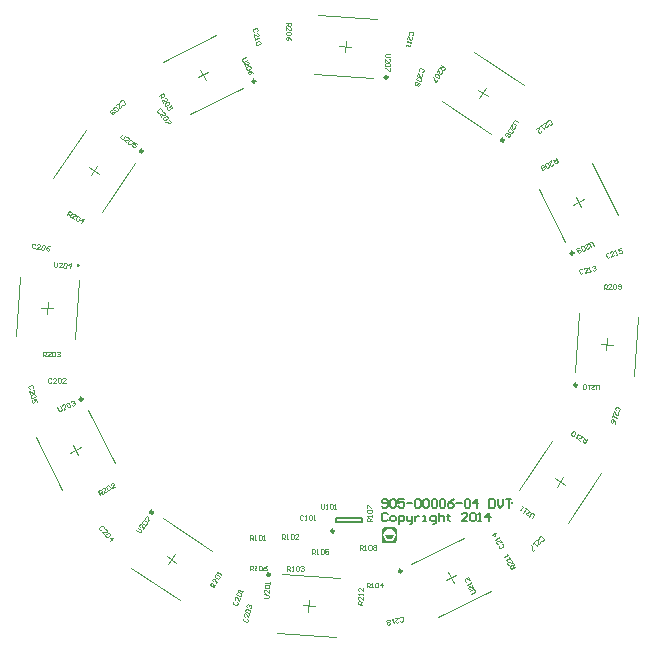
<source format=gto>
%FSTAX42Y42*%
%MOMM*%
G71*
G01*
G75*
%ADD10C,0.35*%
%ADD11C,0.45*%
%ADD12C,0.25*%
G04:AMPARAMS|DCode=13|XSize=0.46mm|YSize=0.61mm|CornerRadius=0mm|HoleSize=0mm|Usage=FLASHONLY|Rotation=350.000|XOffset=0mm|YOffset=0mm|HoleType=Round|Shape=Rectangle|*
%AMROTATEDRECTD13*
4,1,4,-0.28,-0.26,-0.17,0.34,0.28,0.26,0.17,-0.34,-0.28,-0.26,0.0*
%
%ADD13ROTATEDRECTD13*%

G04:AMPARAMS|DCode=14|XSize=1mm|YSize=1.5mm|CornerRadius=0mm|HoleSize=0mm|Usage=FLASHONLY|Rotation=26.400|XOffset=0mm|YOffset=0mm|HoleType=Round|Shape=Rectangle|*
%AMROTATEDRECTD14*
4,1,4,-0.11,-0.89,-0.78,0.45,0.11,0.89,0.78,-0.45,-0.11,-0.89,0.0*
%
%ADD14ROTATEDRECTD14*%

G04:AMPARAMS|DCode=15|XSize=1mm|YSize=1.5mm|CornerRadius=0mm|HoleSize=0mm|Usage=FLASHONLY|Rotation=56.400|XOffset=0mm|YOffset=0mm|HoleType=Round|Shape=Rectangle|*
%AMROTATEDRECTD15*
4,1,4,0.35,-0.83,-0.90,-0.00,-0.35,0.83,0.90,0.00,0.35,-0.83,0.0*
%
%ADD15ROTATEDRECTD15*%

G04:AMPARAMS|DCode=16|XSize=1mm|YSize=1.5mm|CornerRadius=0mm|HoleSize=0mm|Usage=FLASHONLY|Rotation=86.500|XOffset=0mm|YOffset=0mm|HoleType=Round|Shape=Rectangle|*
%AMROTATEDRECTD16*
4,1,4,0.72,-0.54,-0.78,-0.45,-0.72,0.54,0.78,0.45,0.72,-0.54,0.0*
%
%ADD16ROTATEDRECTD16*%

G04:AMPARAMS|DCode=17|XSize=1mm|YSize=1.5mm|CornerRadius=0mm|HoleSize=0mm|Usage=FLASHONLY|Rotation=326.400|XOffset=0mm|YOffset=0mm|HoleType=Round|Shape=Rectangle|*
%AMROTATEDRECTD17*
4,1,4,-0.83,-0.35,-0.00,0.90,0.83,0.35,0.00,-0.90,-0.83,-0.35,0.0*
%
%ADD17ROTATEDRECTD17*%

G04:AMPARAMS|DCode=18|XSize=0.46mm|YSize=0.61mm|CornerRadius=0mm|HoleSize=0mm|Usage=FLASHONLY|Rotation=320.000|XOffset=0mm|YOffset=0mm|HoleType=Round|Shape=Rectangle|*
%AMROTATEDRECTD18*
4,1,4,-0.37,-0.09,0.02,0.38,0.37,0.09,-0.02,-0.38,-0.37,-0.09,0.0*
%
%ADD18ROTATEDRECTD18*%

G04:AMPARAMS|DCode=19|XSize=1mm|YSize=1.5mm|CornerRadius=0mm|HoleSize=0mm|Usage=FLASHONLY|Rotation=296.400|XOffset=0mm|YOffset=0mm|HoleType=Round|Shape=Rectangle|*
%AMROTATEDRECTD19*
4,1,4,-0.89,0.11,0.45,0.78,0.89,-0.11,-0.45,-0.78,-0.89,0.11,0.0*
%
%ADD19ROTATEDRECTD19*%

G04:AMPARAMS|DCode=20|XSize=0.46mm|YSize=0.51mm|CornerRadius=0mm|HoleSize=0mm|Usage=FLASHONLY|Rotation=30.000|XOffset=0mm|YOffset=0mm|HoleType=Round|Shape=Rectangle|*
%AMROTATEDRECTD20*
4,1,4,-0.07,-0.33,-0.32,0.11,0.07,0.33,0.32,-0.11,-0.07,-0.33,0.0*
%
%ADD20ROTATEDRECTD20*%

G04:AMPARAMS|DCode=21|XSize=0.46mm|YSize=0.51mm|CornerRadius=0mm|HoleSize=0mm|Usage=FLASHONLY|Rotation=150.000|XOffset=0mm|YOffset=0mm|HoleType=Round|Shape=Rectangle|*
%AMROTATEDRECTD21*
4,1,4,0.32,0.11,0.07,-0.33,-0.32,-0.11,-0.07,0.33,0.32,0.11,0.0*
%
%ADD21ROTATEDRECTD21*%

G04:AMPARAMS|DCode=22|XSize=1mm|YSize=1.5mm|CornerRadius=0mm|HoleSize=0mm|Usage=FLASHONLY|Rotation=207.000|XOffset=0mm|YOffset=0mm|HoleType=Round|Shape=Rectangle|*
%AMROTATEDRECTD22*
4,1,4,0.11,0.90,0.79,-0.44,-0.11,-0.90,-0.79,0.44,0.11,0.90,0.0*
%
%ADD22ROTATEDRECTD22*%

G04:AMPARAMS|DCode=23|XSize=0.46mm|YSize=0.61mm|CornerRadius=0mm|HoleSize=0mm|Usage=FLASHONLY|Rotation=230.000|XOffset=0mm|YOffset=0mm|HoleType=Round|Shape=Rectangle|*
%AMROTATEDRECTD23*
4,1,4,-0.09,0.37,0.38,-0.02,0.09,-0.37,-0.38,0.02,-0.09,0.37,0.0*
%
%ADD23ROTATEDRECTD23*%

G04:AMPARAMS|DCode=24|XSize=0.46mm|YSize=0.51mm|CornerRadius=0mm|HoleSize=0mm|Usage=FLASHONLY|Rotation=65.000|XOffset=0mm|YOffset=0mm|HoleType=Round|Shape=Rectangle|*
%AMROTATEDRECTD24*
4,1,4,0.13,-0.31,-0.33,-0.10,-0.13,0.31,0.33,0.10,0.13,-0.31,0.0*
%
%ADD24ROTATEDRECTD24*%

G04:AMPARAMS|DCode=25|XSize=0.46mm|YSize=0.61mm|CornerRadius=0mm|HoleSize=0mm|Usage=FLASHONLY|Rotation=260.000|XOffset=0mm|YOffset=0mm|HoleType=Round|Shape=Rectangle|*
%AMROTATEDRECTD25*
4,1,4,-0.26,0.28,0.34,0.17,0.26,-0.28,-0.34,-0.17,-0.26,0.28,0.0*
%
%ADD25ROTATEDRECTD25*%

G04:AMPARAMS|DCode=26|XSize=0.46mm|YSize=0.61mm|CornerRadius=0mm|HoleSize=0mm|Usage=FLASHONLY|Rotation=290.000|XOffset=0mm|YOffset=0mm|HoleType=Round|Shape=Rectangle|*
%AMROTATEDRECTD26*
4,1,4,-0.36,0.11,0.21,0.32,0.36,-0.11,-0.21,-0.32,-0.36,0.11,0.0*
%
%ADD26ROTATEDRECTD26*%

%ADD27R,0.51X0.46*%
G04:AMPARAMS|DCode=28|XSize=0.46mm|YSize=0.51mm|CornerRadius=0mm|HoleSize=0mm|Usage=FLASHONLY|Rotation=120.000|XOffset=0mm|YOffset=0mm|HoleType=Round|Shape=Rectangle|*
%AMROTATEDRECTD28*
4,1,4,0.33,-0.07,-0.11,-0.32,-0.33,0.07,0.11,0.32,0.33,-0.07,0.0*
%
%ADD28ROTATEDRECTD28*%

G04:AMPARAMS|DCode=29|XSize=0.46mm|YSize=0.61mm|CornerRadius=0mm|HoleSize=0mm|Usage=FLASHONLY|Rotation=298.000|XOffset=0mm|YOffset=0mm|HoleType=Round|Shape=Rectangle|*
%AMROTATEDRECTD29*
4,1,4,-0.38,0.06,0.16,0.34,0.38,-0.06,-0.16,-0.34,-0.38,0.06,0.0*
%
%ADD29ROTATEDRECTD29*%

G04:AMPARAMS|DCode=30|XSize=0.46mm|YSize=0.61mm|CornerRadius=0mm|HoleSize=0mm|Usage=FLASHONLY|Rotation=249.000|XOffset=0mm|YOffset=0mm|HoleType=Round|Shape=Rectangle|*
%AMROTATEDRECTD30*
4,1,4,-0.20,0.32,0.37,0.10,0.20,-0.32,-0.37,-0.10,-0.20,0.32,0.0*
%
%ADD30ROTATEDRECTD30*%

G04:AMPARAMS|DCode=31|XSize=0.46mm|YSize=0.61mm|CornerRadius=0mm|HoleSize=0mm|Usage=FLASHONLY|Rotation=21.000|XOffset=0mm|YOffset=0mm|HoleType=Round|Shape=Rectangle|*
%AMROTATEDRECTD31*
4,1,4,-0.10,-0.37,-0.32,0.20,0.10,0.37,0.32,-0.20,-0.10,-0.37,0.0*
%
%ADD31ROTATEDRECTD31*%

G04:AMPARAMS|DCode=32|XSize=0.46mm|YSize=0.61mm|CornerRadius=0mm|HoleSize=0mm|Usage=FLASHONLY|Rotation=190.000|XOffset=0mm|YOffset=0mm|HoleType=Round|Shape=Rectangle|*
%AMROTATEDRECTD32*
4,1,4,0.17,0.34,0.28,-0.26,-0.17,-0.34,-0.28,0.26,0.17,0.34,0.0*
%
%ADD32ROTATEDRECTD32*%

G04:AMPARAMS|DCode=33|XSize=0.46mm|YSize=0.61mm|CornerRadius=0mm|HoleSize=0mm|Usage=FLASHONLY|Rotation=40.000|XOffset=0mm|YOffset=0mm|HoleType=Round|Shape=Rectangle|*
%AMROTATEDRECTD33*
4,1,4,0.02,-0.38,-0.37,0.09,-0.02,0.38,0.37,-0.09,0.02,-0.38,0.0*
%
%ADD33ROTATEDRECTD33*%

G04:AMPARAMS|DCode=34|XSize=0.46mm|YSize=0.61mm|CornerRadius=0mm|HoleSize=0mm|Usage=FLASHONLY|Rotation=81.000|XOffset=0mm|YOffset=0mm|HoleType=Round|Shape=Rectangle|*
%AMROTATEDRECTD34*
4,1,4,0.27,-0.27,-0.34,-0.18,-0.27,0.27,0.34,0.18,0.27,-0.27,0.0*
%
%ADD34ROTATEDRECTD34*%

G04:AMPARAMS|DCode=35|XSize=0.46mm|YSize=0.61mm|CornerRadius=0mm|HoleSize=0mm|Usage=FLASHONLY|Rotation=70.000|XOffset=0mm|YOffset=0mm|HoleType=Round|Shape=Rectangle|*
%AMROTATEDRECTD35*
4,1,4,0.21,-0.32,-0.36,-0.11,-0.21,0.32,0.36,0.11,0.21,-0.32,0.0*
%
%ADD35ROTATEDRECTD35*%

G04:AMPARAMS|DCode=36|XSize=0.46mm|YSize=0.61mm|CornerRadius=0mm|HoleSize=0mm|Usage=FLASHONLY|Rotation=130.000|XOffset=0mm|YOffset=0mm|HoleType=Round|Shape=Rectangle|*
%AMROTATEDRECTD36*
4,1,4,0.38,0.02,-0.09,-0.37,-0.38,-0.02,0.09,0.37,0.38,0.02,0.0*
%
%ADD36ROTATEDRECTD36*%

G04:AMPARAMS|DCode=37|XSize=0.46mm|YSize=0.61mm|CornerRadius=0mm|HoleSize=0mm|Usage=FLASHONLY|Rotation=145.000|XOffset=0mm|YOffset=0mm|HoleType=Round|Shape=Rectangle|*
%AMROTATEDRECTD37*
4,1,4,0.36,0.12,0.01,-0.38,-0.36,-0.12,-0.01,0.38,0.36,0.12,0.0*
%
%ADD37ROTATEDRECTD37*%

G04:AMPARAMS|DCode=38|XSize=0.46mm|YSize=0.61mm|CornerRadius=0mm|HoleSize=0mm|Usage=FLASHONLY|Rotation=175.000|XOffset=0mm|YOffset=0mm|HoleType=Round|Shape=Rectangle|*
%AMROTATEDRECTD38*
4,1,4,0.25,0.28,0.20,-0.32,-0.25,-0.28,-0.20,0.32,0.25,0.28,0.0*
%
%ADD38ROTATEDRECTD38*%

%ADD39R,0.46X0.61*%
G04:AMPARAMS|DCode=40|XSize=0.46mm|YSize=0.61mm|CornerRadius=0mm|HoleSize=0mm|Usage=FLASHONLY|Rotation=200.000|XOffset=0mm|YOffset=0mm|HoleType=Round|Shape=Rectangle|*
%AMROTATEDRECTD40*
4,1,4,0.11,0.36,0.32,-0.21,-0.11,-0.36,-0.32,0.21,0.11,0.36,0.0*
%
%ADD40ROTATEDRECTD40*%

%ADD41R,0.61X0.46*%
%ADD42R,0.46X0.51*%
G04:AMPARAMS|DCode=43|XSize=0.46mm|YSize=0.51mm|CornerRadius=0mm|HoleSize=0mm|Usage=FLASHONLY|Rotation=240.000|XOffset=0mm|YOffset=0mm|HoleType=Round|Shape=Rectangle|*
%AMROTATEDRECTD43*
4,1,4,-0.11,0.32,0.33,0.07,0.11,-0.32,-0.33,-0.07,-0.11,0.32,0.0*
%
%ADD43ROTATEDRECTD43*%

%ADD44R,0.35X0.85*%
G04:AMPARAMS|DCode=45|XSize=1mm|YSize=1.5mm|CornerRadius=0mm|HoleSize=0mm|Usage=FLASHONLY|Rotation=176.400|XOffset=0mm|YOffset=0mm|HoleType=Round|Shape=Rectangle|*
%AMROTATEDRECTD45*
4,1,4,0.55,0.72,0.45,-0.78,-0.55,-0.72,-0.45,0.78,0.55,0.72,0.0*
%
%ADD45ROTATEDRECTD45*%

%ADD46C,0.40*%
%ADD47C,0.30*%
%ADD48C,0.50*%
%ADD49C,0.51*%
%ADD50C,0.60*%
%ADD51C,1.20*%
%ADD52C,0.60*%
%ADD53C,0.87*%
%ADD54C,0.50*%
%ADD55C,0.70*%
%ADD56C,1.27*%
%ADD57R,1.40X4.52*%
%ADD58C,0.25*%
%ADD59C,0.25*%
%ADD60C,0.10*%
%ADD61C,0.04*%
%ADD62C,0.20*%
%ADD63C,0.15*%
G36*
X02082Y016834D02*
X020831Y016826D01*
X020839Y016815D01*
X020841Y016802D01*
X020841D01*
X020841Y016736D01*
X020839Y016723D01*
X020831Y016712D01*
X02082Y016704D01*
X020807Y016702D01*
Y016702D01*
X020707D01*
X020772Y016719D01*
D01*
X020707Y016702D01*
X020707Y016802D01*
X020709Y016815D01*
X020717Y016826D01*
X020728Y016834D01*
X020741Y016836D01*
Y016836D01*
X020807Y016836D01*
X02082Y016834D01*
D02*
G37*
%LPC*%
G36*
X020774Y016719D02*
X020772Y016719D01*
X020774Y016718D01*
X020774Y016719D01*
D02*
G37*
G36*
X020774Y01682D02*
X020774Y016819D01*
Y01682D01*
X020755Y016816D01*
X020738Y016805D01*
X020727Y016788D01*
X020723Y016769D01*
X020724Y016769D01*
X020723D01*
X020727Y01675D01*
X020738Y016733D01*
X020755Y016722D01*
X020772Y016719D01*
X020774Y016719D01*
D01*
X020774D01*
Y016718D01*
X020793Y016722D01*
X02081Y016733D01*
X020821Y01675D01*
X020825Y016769D01*
X020824Y016769D01*
X020825D01*
X020821Y016788D01*
X02081Y016805D01*
X020793Y016816D01*
X020774Y01682D01*
D02*
G37*
%LPD*%
G36*
X020807Y016769D02*
Y016769D01*
X020808D01*
X020805Y016756D01*
X020798Y016745D01*
X020787Y016738D01*
X020774Y016735D01*
X020761Y016738D01*
X02075Y016745D01*
X020743Y016756D01*
X02074Y016769D01*
X020807Y016769D01*
D02*
G37*
D58*
X022331Y019157D02*
G03*
X022331Y019157I-000012J0D01*
G01*
X021743Y020112D02*
G03*
X021743Y020112I-000012J0D01*
G01*
X020758Y020644D02*
G03*
X020758Y020644I-000012J0D01*
G01*
X020877Y016464D02*
G03*
X020877Y016464I-000012J0D01*
G01*
X018772Y016962D02*
G03*
X018772Y016962I-000012J0D01*
G01*
X019638Y020612D02*
G03*
X019638Y020612I-000012J0D01*
G01*
X018176Y017919D02*
G03*
X018176Y017919I-000012J0D01*
G01*
X019761Y016435D02*
G03*
X019761Y016435I-000012J0D01*
G01*
X020305Y016802D02*
G03*
X020305Y016802I-000012J0D01*
G01*
X018138Y01905D02*
G03*
X018138Y01905I-000001J-000012D01*
G01*
X022363Y018038D02*
G03*
X022363Y018038I-000012J0D01*
G01*
X018686Y02002D02*
G03*
X018686Y02002I-000012J0D01*
G01*
D59*
X02181Y017042D02*
D03*
D60*
X022327Y019565D02*
X022417Y01961D01*
X02235Y019632D02*
X022394Y019543D01*
X021535Y020469D02*
X02159Y020553D01*
X021521Y020539D02*
X021604Y020483D01*
X020396Y020855D02*
X020402Y020955D01*
X020349Y020908D02*
X020449Y020902D01*
X022174Y017248D02*
X022258Y017192D01*
X022188Y017178D02*
X022244Y017262D01*
X021273Y016455D02*
X021317Y016365D01*
X02125Y016388D02*
X02134Y016433D01*
X0189Y016521D02*
X018956Y016605D01*
X018886Y016591D02*
X01897Y016536D01*
X019173Y02071D02*
X019218Y020621D01*
X019151Y020643D02*
X01924Y020688D01*
X01807Y017466D02*
X018159Y017511D01*
X018092Y017533D02*
X018137Y017444D01*
X020088Y016121D02*
X020095Y01622D01*
X020042Y016174D02*
X020141Y016167D01*
X017826Y018695D02*
X017925Y018689D01*
X017872Y018642D02*
X017879Y018742D01*
X022562Y018387D02*
X022662Y018381D01*
X022609Y018334D02*
X022615Y018434D01*
X018231Y019883D02*
X018314Y019827D01*
X018245Y019814D02*
X0183Y019896D01*
X021466Y01627D02*
X021496Y016285D01*
X0215Y016294D01*
X021494Y016306D01*
X021485Y016309D01*
X021455Y016294D01*
X021474Y016348D02*
X021485Y016324D01*
X02145Y016336D01*
X021444Y016333D01*
X021441Y016324D01*
X021446Y016312D01*
X021455Y016309D01*
X021468Y01636D02*
X021462Y016372D01*
X021465Y016366D01*
X021429Y016348D01*
X021438Y016345D01*
X021442Y016414D02*
X021454Y01639D01*
X021418Y016402D01*
X021412Y016399D01*
X021409Y016391D01*
X021415Y016379D01*
X021424Y016375D01*
X021978Y016909D02*
X021996Y016937D01*
X021994Y016946D01*
X021983Y016954D01*
X021974Y016952D01*
X021956Y016924D01*
X021945Y01698D02*
X021967Y016965D01*
X02193Y016958D01*
X021926Y016952D01*
X021928Y016943D01*
X021939Y016936D01*
X021948Y016937D01*
X021934Y016987D02*
X021923Y016995D01*
X021928Y016991D01*
X021906Y016958D01*
X021915Y01696D01*
X021906Y017006D02*
X021895Y017013D01*
X021901Y01701D01*
X021878Y016977D01*
X021887Y016978D01*
X02255Y018003D02*
X02255Y018036D01*
X022543Y018043D01*
X02253Y018043D01*
X022523Y018036D01*
X022523Y018003D01*
X022483Y018043D02*
X02251Y018043D01*
X022483Y018017D01*
X022483Y01801D01*
X02249Y018003D01*
X022503Y018003D01*
X02251Y01801D01*
X02247Y018043D02*
X022457Y018043D01*
X022463Y018043D01*
X022463Y018003D01*
X02247Y01801D01*
X022436Y01801D02*
X02243Y018004D01*
X022416Y018004D01*
X02241Y018011D01*
X02241Y018037D01*
X022417Y018044D01*
X02243Y018044D01*
X022437Y018037D01*
X022436Y01801D01*
X022504Y019219D02*
X02249Y019249D01*
X022481Y019252D01*
X022469Y019247D01*
X022466Y019238D01*
X02248Y019208D01*
X022427Y019227D02*
X022451Y019238D01*
X022438Y019203D01*
X022441Y019197D01*
X02245Y019194D01*
X022462Y019199D01*
X022465Y019208D01*
X022429Y019191D02*
X022426Y019182D01*
X022413Y019177D01*
X022405Y01918D01*
X022393Y019204D01*
X022397Y019213D01*
X022409Y019219D01*
X022418Y019215D01*
X022429Y019191D01*
X022381Y019199D02*
X022373Y019202D01*
X02236Y019196D01*
X022357Y019188D01*
X022368Y019163D01*
X022377Y01916D01*
X022389Y019166D01*
X022393Y019174D01*
X02239Y019181D01*
X022381Y019184D01*
X022363Y019175D01*
X021862Y020262D02*
X021833Y020279D01*
X021824Y020277D01*
X021817Y020265D01*
X021819Y020256D01*
X021848Y020239D01*
X021793Y020226D02*
X021807Y020248D01*
X021815Y020212D01*
X021821Y020208D01*
X02183Y02021D01*
X021837Y020222D01*
X021835Y020231D01*
X021814Y020197D02*
X021816Y020188D01*
X021809Y020176D01*
X0218Y020174D01*
X021777Y020188D01*
X021775Y020197D01*
X021782Y020209D01*
X021791Y020211D01*
X021814Y020197D01*
X021793Y020163D02*
X021795Y020154D01*
X021788Y020142D01*
X021779Y02014D01*
X021773Y020144D01*
X021771Y020153D01*
X021762Y020151D01*
X021756Y020154D01*
X021754Y020163D01*
X021761Y020175D01*
X02177Y020177D01*
X021776Y020173D01*
X021778Y020164D01*
X021787Y020166D01*
X021793Y020163D01*
X021778Y020164D02*
X021771Y020153D01*
X020775Y020842D02*
X020742Y020842D01*
X020735Y020836D01*
X020735Y020823D01*
X020742Y020816D01*
X020775Y020816D01*
X020735Y020776D02*
X020735Y020803D01*
X020761Y020776D01*
X020768Y020776D01*
X020775Y020782D01*
X020775Y020796D01*
X020768Y020802D01*
X020768Y020762D02*
X020775Y020756D01*
X020775Y020742D01*
X020768Y020736D01*
X020741Y020736D01*
X020735Y020743D01*
X020735Y020756D01*
X020741Y020763D01*
X020768Y020762D01*
X020775Y020722D02*
X020775Y020696D01*
X020768Y020696D01*
X020741Y020723D01*
X020735Y020723D01*
X019556Y020815D02*
X019526Y0208D01*
X019523Y020792D01*
X019529Y02078D01*
X019538Y020777D01*
X019568Y020791D01*
X01955Y020738D02*
X019538Y020762D01*
X019574Y02075D01*
X019579Y020753D01*
X019582Y020762D01*
X019577Y020774D01*
X019568Y020777D01*
X019585Y020741D02*
X019594Y020738D01*
X0196Y020726D01*
X019597Y020717D01*
X019573Y020705D01*
X019564Y020708D01*
X019559Y02072D01*
X019562Y020729D01*
X019585Y020741D01*
X019621Y020684D02*
X019609Y020693D01*
X019591Y020699D01*
X019579Y020693D01*
X019576Y020684D01*
X019582Y020672D01*
X019591Y020669D01*
X019597Y020672D01*
X0196Y020681D01*
X019591Y020699D01*
X018515Y020165D02*
X018496Y020138D01*
X018498Y020129D01*
X018509Y020121D01*
X018518Y020123D01*
X018537Y02015D01*
X018547Y020095D02*
X018525Y02011D01*
X018562Y020117D01*
X018566Y020122D01*
X018565Y020131D01*
X018554Y020139D01*
X018544Y020137D01*
X018577Y020114D02*
X018587Y020116D01*
X018597Y020109D01*
X018599Y020099D01*
X018584Y020077D01*
X018575Y020076D01*
X018564Y020083D01*
X018562Y020093D01*
X018577Y020114D01*
X018636Y020082D02*
X018614Y020097D01*
X018603Y020081D01*
X018617Y020079D01*
X018623Y020075D01*
X018624Y020066D01*
X018617Y020055D01*
X018608Y020053D01*
X018597Y02006D01*
X018595Y02007D01*
X017934Y019077D02*
X017933Y019044D01*
X017939Y019037D01*
X017952Y019037D01*
X017959Y019043D01*
X017961Y019076D01*
X017999Y019035D02*
X017972Y019036D01*
X018Y019061D01*
X018Y019068D01*
X017994Y019075D01*
X017981Y019076D01*
X017974Y019069D01*
X018014Y019067D02*
X018021Y019074D01*
X018034Y019073D01*
X01804Y019066D01*
X018039Y01904D01*
X018032Y019033D01*
X018019Y019034D01*
X018013Y019041D01*
X018014Y019067D01*
X018072Y019032D02*
X018074Y019072D01*
X018053Y019053D01*
X01808Y019051D01*
X017962Y017852D02*
X017975Y017821D01*
X017984Y017818D01*
X017996Y017823D01*
X017999Y017832D01*
X017986Y017862D01*
X018039Y017841D02*
X018014Y017831D01*
X018028Y017866D01*
X018025Y017872D01*
X018017Y017876D01*
X018004Y01787D01*
X018001Y017861D01*
X018038Y017877D02*
X018041Y017886D01*
X018053Y017891D01*
X018062Y017888D01*
X018073Y017864D01*
X018069Y017855D01*
X018057Y017849D01*
X018048Y017853D01*
X018038Y017877D01*
X018074Y017893D02*
X018078Y017902D01*
X01809Y017907D01*
X018099Y017904D01*
X018101Y017898D01*
X018098Y017889D01*
X018092Y017886D01*
X018098Y017889D01*
X018107Y017886D01*
X018109Y017879D01*
X018106Y017871D01*
X018094Y017865D01*
X018085Y017869D01*
X01863Y01681D02*
X018657Y016791D01*
X018666Y016793D01*
X018674Y016804D01*
X018672Y016813D01*
X018645Y016832D01*
X018701Y016842D02*
X018685Y01682D01*
X018679Y016857D01*
X018673Y016861D01*
X018664Y01686D01*
X018657Y016849D01*
X018658Y016839D01*
X018681Y016872D02*
X018679Y016881D01*
X018687Y016892D01*
X018696Y016894D01*
X018718Y016879D01*
X01872Y016869D01*
X018712Y016858D01*
X018703Y016857D01*
X018681Y016872D01*
X018747Y016908D02*
X018731Y016886D01*
X018725Y016923D01*
X018719Y016927D01*
X01871Y016925D01*
X018702Y016914D01*
X018704Y016905D01*
X01971Y01624D02*
X019743Y016238D01*
X01975Y016244D01*
X019751Y016257D01*
X019745Y016265D01*
X019712Y016267D01*
X019755Y016304D02*
X019753Y016277D01*
X019728Y016306D01*
X019722Y016306D01*
X019714Y0163D01*
X019713Y016287D01*
X01972Y01628D01*
X019722Y01632D02*
X019716Y016327D01*
X019717Y01634D01*
X019724Y016346D01*
X019751Y016344D01*
X019757Y016337D01*
X019756Y016324D01*
X019749Y016318D01*
X019722Y01632D01*
X019759Y016357D02*
X019759Y01637D01*
X019759Y016364D01*
X019719Y016367D01*
X019725Y01636D01*
X020545Y01618D02*
X020505Y016181D01*
X020506Y016201D01*
X020512Y016208D01*
X020526Y016207D01*
X020532Y0162D01*
X020532Y01618D01*
X020532Y016194D02*
X020546Y016207D01*
X020547Y016247D02*
X020546Y01622D01*
X02052Y016247D01*
X020514Y016248D01*
X020507Y016241D01*
X020506Y016228D01*
X020513Y016221D01*
X020547Y01626D02*
X020548Y016273D01*
X020548Y016267D01*
X020508Y016268D01*
X020514Y016261D01*
X020549Y01632D02*
X020548Y016293D01*
X020523Y016321D01*
X020516Y016321D01*
X020509Y016314D01*
X020509Y016301D01*
X020515Y016294D01*
X021838Y0165D02*
X021803Y016479D01*
X021793Y016496D01*
X021795Y016506D01*
X021807Y016513D01*
X021816Y01651D01*
X021826Y016493D01*
X021819Y016505D02*
X021824Y016523D01*
X021803Y016557D02*
X021817Y016534D01*
X02178Y016543D01*
X021775Y01654D01*
X021772Y016531D01*
X021779Y016519D01*
X021788Y016517D01*
X021796Y016569D02*
X021789Y01658D01*
X021793Y016574D01*
X021759Y016554D01*
X021768Y016551D01*
X021779Y016597D02*
X021772Y016608D01*
X021776Y016603D01*
X021741Y016582D01*
X02175Y01658D01*
X022448Y01758D02*
X022427Y017545D01*
X02241Y017556D01*
X022408Y017565D01*
X022414Y017576D01*
X022424Y017579D01*
X022441Y017568D01*
X022429Y017575D02*
X022424Y017593D01*
X02239Y017614D02*
X022413Y0176D01*
X022377Y017591D01*
X022373Y017585D01*
X022376Y017576D01*
X022387Y017569D01*
X022396Y017571D01*
X022378Y01762D02*
X022367Y017627D01*
X022373Y017624D01*
X022353Y017589D01*
X022362Y017592D01*
X022333Y017608D02*
X022324Y017606D01*
X022312Y017613D01*
X02231Y017622D01*
X022323Y017645D01*
X022332Y017647D01*
X022344Y017641D01*
X022346Y017631D01*
X022333Y017608D01*
X022588Y01885D02*
X022586Y01889D01*
X022606Y018891D01*
X022613Y018884D01*
X022614Y018871D01*
X022607Y018864D01*
X022587Y018863D01*
X0226Y018864D02*
X022614Y018851D01*
X022654Y018852D02*
X022627Y018851D01*
X022653Y018879D01*
X022653Y018885D01*
X022646Y018892D01*
X022633Y018891D01*
X022626Y018885D01*
X022666Y018886D02*
X022673Y018893D01*
X022686Y018893D01*
X022693Y018887D01*
X022694Y01886D01*
X022687Y018853D01*
X022674Y018853D01*
X022667Y018859D01*
X022666Y018886D01*
X022707Y01886D02*
X022714Y018854D01*
X022727Y018854D01*
X022734Y018861D01*
X022733Y018888D01*
X022726Y018894D01*
X022713Y018894D01*
X022706Y018887D01*
X022707Y01888D01*
X022713Y018874D01*
X022733Y018875D01*
X02218Y01996D02*
X022199Y019925D01*
X022181Y019915D01*
X022172Y019918D01*
X022166Y01993D01*
X022168Y019939D01*
X022186Y019948D01*
X022174Y019942D02*
X022156Y019948D01*
X022121Y019929D02*
X022145Y019941D01*
X022133Y019905D01*
X022136Y0199D01*
X022145Y019897D01*
X022157Y019903D01*
X02216Y019912D01*
X022125Y019893D02*
X022122Y019884D01*
X02211Y019878D01*
X022101Y019881D01*
X022089Y019905D01*
X022091Y019914D01*
X022103Y01992D01*
X022112Y019917D01*
X022125Y019893D01*
X022089Y019875D02*
X022086Y019866D01*
X022075Y01986D01*
X022066Y019862D01*
X022063Y019868D01*
X022065Y019877D01*
X022056Y01988D01*
X022053Y019886D01*
X022056Y019895D01*
X022068Y019901D01*
X022077Y019898D01*
X02208Y019892D01*
X022077Y019883D01*
X022086Y019881D01*
X022089Y019875D01*
X022077Y019883D02*
X022065Y019877D01*
X021207Y020748D02*
X021242Y020727D01*
X021232Y02071D01*
X021222Y020708D01*
X021211Y020714D01*
X021209Y020724D01*
X021219Y020741D01*
X021212Y020729D02*
X021194Y020725D01*
X021173Y02069D02*
X021187Y020713D01*
X021196Y020677D01*
X021202Y020673D01*
X021211Y020676D01*
X021218Y020687D01*
X021216Y020696D01*
X021195Y020662D02*
X021197Y020653D01*
X021191Y020641D01*
X021182Y020639D01*
X021159Y020653D01*
X021156Y020662D01*
X021163Y020673D01*
X021172Y020675D01*
X021195Y020662D01*
X02118Y020624D02*
X021167Y020601D01*
X021161Y020605D01*
X021152Y020641D01*
X021146Y020644D01*
X019898Y021107D02*
X019937Y021108D01*
X019938Y021088D01*
X019931Y021081D01*
X019918Y021081D01*
X019911Y021088D01*
X019911Y021108D01*
X019911Y021094D02*
X019898Y021081D01*
X019898Y021041D02*
X019898Y021068D01*
X019924Y021041D01*
X019931Y021041D01*
X019938Y021048D01*
X019938Y021061D01*
X019931Y021068D01*
X019931Y021028D02*
X019938Y021021D01*
X019938Y021008D01*
X019931Y021001D01*
X019904Y021001D01*
X019898Y021008D01*
X019898Y021021D01*
X019904Y021028D01*
X019931Y021028D01*
X019938Y020961D02*
X019931Y020974D01*
X019918Y020988D01*
X019904Y020988D01*
X019898Y020981D01*
X019898Y020968D01*
X019904Y020961D01*
X019911Y020961D01*
X019918Y020968D01*
X019918Y020988D01*
X018823Y020488D02*
X018856Y020509D01*
X018867Y020492D01*
X018865Y020483D01*
X018854Y020476D01*
X018844Y020478D01*
X018834Y020495D01*
X018841Y020483D02*
X018837Y020465D01*
X018858Y020431D02*
X018844Y020454D01*
X018881Y020445D01*
X018886Y020449D01*
X018888Y020458D01*
X018881Y020469D01*
X018872Y020471D01*
X018893Y020438D02*
X018903Y020436D01*
X01891Y020424D01*
X018908Y020415D01*
X018885Y020401D01*
X018876Y020403D01*
X018869Y020414D01*
X018871Y020423D01*
X018893Y020438D01*
X018935Y020385D02*
X01892Y020407D01*
X018903Y020397D01*
X018916Y020389D01*
X01892Y020383D01*
X018918Y020374D01*
X018906Y020367D01*
X018897Y020369D01*
X01889Y02038D01*
X018892Y02039D01*
X018043Y019477D02*
X018062Y019512D01*
X018079Y019503D01*
X018082Y019494D01*
X018076Y019482D01*
X018066Y019479D01*
X018049Y019489D01*
X018061Y019483D02*
X018066Y019465D01*
X018101Y019445D02*
X018077Y019458D01*
X018114Y019468D01*
X018117Y019474D01*
X018114Y019483D01*
X018103Y01949D01*
X018094Y019487D01*
X018129Y019468D02*
X018138Y01947D01*
X018149Y019464D01*
X018152Y019455D01*
X018139Y019431D01*
X01813Y019429D01*
X018118Y019435D01*
X018116Y019444D01*
X018129Y019468D01*
X018165Y019409D02*
X018184Y019444D01*
X018157Y019437D01*
X01818Y019424D01*
X017838Y018282D02*
Y018322D01*
X017857D01*
X017864Y018316D01*
Y018302D01*
X017857Y018296D01*
X017838D01*
X017851D02*
X017864Y018282D01*
X017904D02*
X017877D01*
X017904Y018309D01*
Y018316D01*
X017897Y018322D01*
X017884D01*
X017877Y018316D01*
X017917D02*
X017924Y018322D01*
X017937D01*
X017944Y018316D01*
Y018289D01*
X017937Y018282D01*
X017924D01*
X017917Y018289D01*
Y018316D01*
X017957D02*
X017964Y018322D01*
X017977D01*
X017984Y018316D01*
Y018309D01*
X017977Y018302D01*
X017971D01*
X017977D01*
X017984Y018296D01*
Y018289D01*
X017977Y018282D01*
X017964D01*
X017957Y018289D01*
X018323Y017107D02*
X018303Y017143D01*
X018321Y017152D01*
X01833Y01715D01*
X018336Y017138D01*
X018334Y017129D01*
X018316Y017119D01*
X018328Y017126D02*
X018346Y01712D01*
X018381Y017139D02*
X018358Y017127D01*
X018368Y017163D01*
X018365Y017169D01*
X018356Y017171D01*
X018344Y017165D01*
X018342Y017156D01*
X018377Y017175D02*
X018379Y017184D01*
X018391Y01719D01*
X0184Y017188D01*
X018413Y017164D01*
X01841Y017155D01*
X018399Y017149D01*
X01839Y017152D01*
X018377Y017175D01*
X018451Y017178D02*
X018428Y017165D01*
X018439Y017201D01*
X018435Y017207D01*
X018426Y01721D01*
X018415Y017203D01*
X018412Y017194D01*
X019288Y016325D02*
X019252Y016344D01*
X019262Y016362D01*
X019271Y016364D01*
X019283Y016358D01*
X019285Y016349D01*
X019276Y016331D01*
X019282Y016343D02*
X0193Y016348D01*
X019319Y016384D02*
X019307Y01636D01*
X019296Y016396D01*
X01929Y016399D01*
X019281Y016397D01*
X019275Y016385D01*
X019277Y016376D01*
X019296Y016411D02*
X019294Y01642D01*
X0193Y016432D01*
X019309Y016435D01*
X019332Y016422D01*
X019335Y016413D01*
X019329Y016401D01*
X01932Y016398D01*
X019296Y016411D01*
X019345Y01643D02*
X019351Y016442D01*
X019348Y016436D01*
X019313Y016455D01*
X019315Y016446D01*
X020523Y016645D02*
Y016685D01*
X020542D01*
X020549Y016678D01*
Y016665D01*
X020542Y016658D01*
X020523D01*
X020536D02*
X020549Y016645D01*
X020562D02*
X020576D01*
X020569D01*
Y016685D01*
X020562Y016678D01*
X020596D02*
X020602Y016685D01*
X020616D01*
X020622Y016678D01*
Y016652D01*
X020616Y016645D01*
X020602D01*
X020596Y016652D01*
Y016678D01*
X020636D02*
X020642Y016685D01*
X020656D01*
X020662Y016678D01*
Y016672D01*
X020656Y016665D01*
X020662Y016658D01*
Y016652D01*
X020656Y016645D01*
X020642D01*
X020636Y016652D01*
Y016658D01*
X020642Y016665D01*
X020636Y016672D01*
Y016678D01*
X020642Y016665D02*
X020656D01*
X019593Y016727D02*
Y016767D01*
X019612D01*
X019619Y016761D01*
Y016747D01*
X019612Y016741D01*
X019593D01*
X019606D02*
X019619Y016727D01*
X019632D02*
X019646D01*
X019639D01*
Y016767D01*
X019632Y016761D01*
X019666D02*
X019672Y016767D01*
X019686D01*
X019692Y016761D01*
Y016734D01*
X019686Y016727D01*
X019672D01*
X019666Y016734D01*
Y016761D01*
X019706Y016727D02*
X019719D01*
X019712D01*
Y016767D01*
X019706Y016761D01*
X020865Y016041D02*
X020873Y016036D01*
X020886Y01604D01*
X020891Y016048D01*
X020884Y016074D01*
X020876Y016078D01*
X020863Y016075D01*
X020858Y016067D01*
X020818Y016064D02*
X020844Y01607D01*
X020824Y016038D01*
X020826Y016032D01*
X020834Y016027D01*
X020847Y01603D01*
X020852Y016038D01*
X020805Y016061D02*
X020792Y016058D01*
X020798Y016059D01*
X020808Y01602D01*
X020813Y016028D01*
X020781Y01602D02*
X020776Y016012D01*
X020763Y016009D01*
X020755Y016014D01*
X020753Y01602D01*
X020758Y016029D01*
X02075Y016033D01*
X020748Y01604D01*
X020753Y016048D01*
X020766Y016051D01*
X020774Y016046D01*
X020776Y01604D01*
X020771Y016032D01*
X020779Y016027D01*
X020781Y01602D01*
X020771Y016032D02*
X020758Y016029D01*
X02206Y01672D02*
X022069Y01672D01*
X022079Y01673D01*
X022079Y016739D01*
X02206Y016758D01*
X02205Y016758D01*
X022041Y016748D01*
X022041Y016739D01*
X022008Y016715D02*
X022027Y016734D01*
X022027Y016696D01*
X022032Y016692D01*
X022041Y016692D01*
X022051Y016701D01*
X022051Y016711D01*
X021999Y016706D02*
X021989Y016696D01*
X021994Y016701D01*
X022022Y016673D01*
X022022Y016682D01*
X022004Y016654D02*
X021985Y016635D01*
X02198Y01664D01*
X02198Y016677D01*
X021975Y016682D01*
X022713Y017821D02*
X022721Y017825D01*
X022726Y017838D01*
X022721Y017847D01*
X022696Y017855D01*
X022688Y017851D01*
X022683Y017839D01*
X022688Y01783D01*
X022668Y017795D02*
X022677Y01782D01*
X022693Y017786D01*
X0227Y017784D01*
X022708Y017788D01*
X022712Y0178D01*
X022708Y017809D01*
X022664Y017782D02*
X022659Y017769D01*
X022662Y017776D01*
X022699Y017763D01*
X022695Y017771D01*
X022682Y017712D02*
X02268Y017727D01*
X022672Y017744D01*
X022659Y017748D01*
X022651Y017744D01*
X022646Y017732D01*
X02265Y017723D01*
X022657Y017721D01*
X022665Y017725D01*
X022672Y017744D01*
X022628Y019153D02*
X022619Y019157D01*
X022607Y019152D01*
X022603Y019144D01*
X022613Y019119D01*
X022621Y019115D01*
X022634Y01912D01*
X022637Y019128D01*
X022677Y019137D02*
X022652Y019127D01*
X022667Y019162D01*
X022665Y019168D01*
X022656Y019172D01*
X022644Y019167D01*
X02264Y019158D01*
X022689Y019142D02*
X022702Y019146D01*
X022696Y019144D01*
X022681Y019181D01*
X022677Y019173D01*
X022731Y019201D02*
X022706Y019191D01*
X022713Y019172D01*
X022723Y019183D01*
X022729Y019186D01*
X022738Y019182D01*
X022743Y01917D01*
X022739Y019161D01*
X022727Y019156D01*
X022718Y01916D01*
X0217Y01668D02*
X021698Y016671D01*
X021704Y016659D01*
X021713Y016657D01*
X021737Y016669D01*
X021739Y016678D01*
X021733Y01669D01*
X021724Y016693D01*
X021711Y016731D02*
X021723Y016708D01*
X021687Y016718D01*
X021681Y016715D01*
X021679Y016706D01*
X021685Y016694D01*
X021694Y016692D01*
X021704Y016743D02*
X021698Y016754D01*
X021701Y016749D01*
X021666Y016729D01*
X021675Y016727D01*
X021679Y016789D02*
X021644Y01677D01*
X021671Y016762D01*
X021658Y016786D01*
X022406Y019019D02*
X022398Y019023D01*
X022385Y01902D01*
X02238Y019012D01*
X022386Y018986D01*
X022394Y018982D01*
X022407Y018985D01*
X022412Y018993D01*
X022452Y018995D02*
X022426Y018989D01*
X022446Y019021D01*
X022445Y019028D01*
X022437Y019033D01*
X022424Y01903D01*
X022419Y019022D01*
X022465Y018998D02*
X022478Y019001D01*
X022472Y019D01*
X022463Y019039D01*
X022458Y019031D01*
X02249Y019038D02*
X022495Y019046D01*
X022508Y019049D01*
X022516Y019044D01*
X022518Y019038D01*
X022513Y01903D01*
X022506Y019028D01*
X022513Y01903D01*
X022521Y019025D01*
X022522Y019018D01*
X022517Y01901D01*
X022504Y019007D01*
X022496Y019012D01*
X022126Y020245D02*
X022135Y020243D01*
X022146Y020251D01*
X022147Y020261D01*
X022131Y020282D01*
X022122Y020284D01*
X022111Y020276D01*
X02211Y020266D01*
X022074Y020248D02*
X022095Y020264D01*
X02209Y020227D01*
X022094Y020221D01*
X022103Y02022D01*
X022114Y020228D01*
X022115Y020237D01*
X022063Y02024D02*
X022052Y020232D01*
X022058Y020236D01*
X022081Y020204D01*
X022083Y020213D01*
X022015Y020204D02*
X022036Y02022D01*
X022031Y020183D01*
X022035Y020178D01*
X022044Y020176D01*
X022055Y020184D01*
X022056Y020193D01*
X020966Y020999D02*
X020974Y021004D01*
X020977Y021017D01*
X020972Y021025D01*
X020946Y021031D01*
X020938Y021026D01*
X020935Y021013D01*
X02094Y021005D01*
X020925Y020968D02*
X020931Y020994D01*
X02095Y020961D01*
X020957Y02096D01*
X020965Y020965D01*
X020968Y020978D01*
X020963Y020986D01*
X020921Y020955D02*
X020918Y020942D01*
X02092Y020948D01*
X020959Y020939D01*
X020954Y020947D01*
X020914Y020922D02*
X020911Y020909D01*
X020912Y020916D01*
X020951Y020907D01*
X020946Y020915D01*
X019653Y021034D02*
X019658Y021041D01*
X019655Y021054D01*
X019648Y02106D01*
X019622Y021054D01*
X019616Y021046D01*
X019619Y021033D01*
X019627Y021028D01*
X019629Y020987D02*
X019623Y021013D01*
X019655Y020993D01*
X019662Y020994D01*
X019667Y021002D01*
X019664Y021015D01*
X019656Y02102D01*
X019632Y020974D02*
X019635Y020961D01*
X019633Y020968D01*
X019672Y020976D01*
X019665Y020981D01*
X019672Y020949D02*
X01968Y020944D01*
X019682Y020931D01*
X019677Y020923D01*
X019651Y020917D01*
X019643Y020922D01*
X01964Y020935D01*
X019646Y020943D01*
X019672Y020949D01*
X018513Y020412D02*
X018523Y020412D01*
X018533Y020421D01*
X018533Y020431D01*
X018515Y02045D01*
X018505Y02045D01*
X018495Y020441D01*
X018495Y020432D01*
X018462Y020409D02*
X018481Y020428D01*
X01848Y02039D01*
X018484Y020385D01*
X018494Y020385D01*
X018504Y020394D01*
X018504Y020403D01*
X018475Y020376D02*
X018474Y020366D01*
X018465Y020357D01*
X018455Y020358D01*
X018437Y020377D01*
X018437Y020386D01*
X018447Y020396D01*
X018456Y020395D01*
X018475Y020376D01*
X018427Y020368D02*
X018418Y020368D01*
X018408Y020359D01*
X018408Y02035D01*
X018426Y02033D01*
X018436Y02033D01*
X018445Y020339D01*
X018446Y020348D01*
X018441Y020353D01*
X018432Y020354D01*
X018417Y02034D01*
X021052Y020687D02*
X02106Y020692D01*
X021064Y020705D01*
X021059Y020713D01*
X021034Y020721D01*
X021026Y020716D01*
X021022Y020703D01*
X021026Y020695D01*
X021009Y020659D02*
X021016Y020684D01*
X021034Y020651D01*
X021041Y020649D01*
X021049Y020654D01*
X021053Y020666D01*
X021048Y020675D01*
X021037Y020636D02*
X021041Y020628D01*
X021037Y020615D01*
X021029Y020611D01*
X021004Y020618D01*
X020999Y020627D01*
X021003Y020639D01*
X021011Y020644D01*
X021037Y020636D01*
X021025Y020598D02*
X02103Y02059D01*
X021026Y020577D01*
X021018Y020572D01*
X021011Y020574D01*
X021007Y020583D01*
X020999Y020578D01*
X020992Y02058D01*
X020988Y020588D01*
X020992Y020601D01*
X021Y020606D01*
X021006Y020604D01*
X021011Y020595D01*
X021019Y0206D01*
X021025Y020598D01*
X021011Y020595D02*
X021007Y020583D01*
X018848Y02036D02*
X018849Y020369D01*
X018842Y02038D01*
X018832Y020382D01*
X01881Y020366D01*
X018809Y020357D01*
X018816Y020346D01*
X018826Y020344D01*
X018843Y020308D02*
X018828Y02033D01*
X018865Y020323D01*
X01887Y020327D01*
X018872Y020336D01*
X018864Y020347D01*
X018855Y020349D01*
X018878Y020316D02*
X018887Y020314D01*
X018895Y020303D01*
X018893Y020294D01*
X018871Y020279D01*
X018862Y02028D01*
X018854Y020291D01*
X018856Y020301D01*
X018878Y020316D01*
X018906Y020287D02*
X018922Y020265D01*
X018916Y020261D01*
X018879Y020268D01*
X018873Y020264D01*
X017776Y019227D02*
X01777Y019234D01*
X017757Y019236D01*
X01775Y01923D01*
X017746Y019204D01*
X017752Y019197D01*
X017765Y019195D01*
X017772Y0192D01*
X017811Y019188D02*
X017785Y019192D01*
X017815Y019214D01*
X017816Y019221D01*
X01781Y019229D01*
X017797Y01923D01*
X017789Y019225D01*
X017829Y019219D02*
X017836Y019225D01*
X01785Y019223D01*
X017855Y019215D01*
X017852Y019189D01*
X017844Y019183D01*
X017831Y019185D01*
X017825Y019193D01*
X017829Y019219D01*
X017896Y019216D02*
X017882Y019212D01*
X017867Y0192D01*
X017865Y019187D01*
X01787Y01918D01*
X017884Y019178D01*
X017891Y019183D01*
X017892Y01919D01*
X017886Y019198D01*
X017867Y0192D01*
X017754Y018012D02*
X017759Y01802D01*
X017755Y018033D01*
X017747Y018038D01*
X017721Y018032D01*
X017717Y018024D01*
X01772Y018011D01*
X017728Y018006D01*
X01773Y017965D02*
X017724Y017991D01*
X017756Y017971D01*
X017763Y017973D01*
X017768Y017981D01*
X017765Y017994D01*
X017757Y017999D01*
X017766Y01796D02*
X017774Y017955D01*
X017777Y017942D01*
X017772Y017934D01*
X017746Y017928D01*
X017738Y017933D01*
X017735Y017946D01*
X01774Y017954D01*
X017766Y01796D01*
X017788Y017897D02*
X017782Y017922D01*
X017762Y017918D01*
X017772Y017906D01*
X017773Y0179D01*
X017768Y017892D01*
X017755Y017889D01*
X017747Y017894D01*
X017744Y017907D01*
X017749Y017915D01*
X018353Y016826D02*
X018353Y016835D01*
X018344Y016845D01*
X018334Y016845D01*
X018315Y016827D01*
X018315Y016818D01*
X018324Y016808D01*
X018333Y016808D01*
X018355Y016774D02*
X018337Y016793D01*
X018375Y016792D01*
X01838Y016796D01*
X01838Y016806D01*
X018371Y016816D01*
X018362Y016816D01*
X018389Y016787D02*
X018398Y016786D01*
X018407Y016777D01*
X018407Y016767D01*
X018388Y016749D01*
X018378Y016749D01*
X018369Y016759D01*
X018369Y016769D01*
X018389Y016787D01*
X018405Y01672D02*
X018435Y016747D01*
X018406Y016748D01*
X018425Y016729D01*
X019544Y016066D02*
X019536Y016061D01*
X019533Y016048D01*
X019538Y01604D01*
X019564Y016034D01*
X019572Y016039D01*
X019575Y016052D01*
X01957Y01606D01*
X019586Y016097D02*
X01958Y016071D01*
X01956Y016104D01*
X019553Y016105D01*
X019545Y0161D01*
X019542Y016087D01*
X019547Y016079D01*
X019557Y016118D02*
X019552Y016126D01*
X019555Y016139D01*
X019563Y016144D01*
X019589Y016138D01*
X019594Y01613D01*
X019591Y016117D01*
X019583Y016112D01*
X019557Y016118D01*
X019566Y016157D02*
X019561Y016165D01*
X019564Y016178D01*
X019573Y016183D01*
X019579Y016181D01*
X019584Y016173D01*
X019582Y016167D01*
X019584Y016173D01*
X019592Y016178D01*
X019598Y016176D01*
X019603Y016168D01*
X0196Y016155D01*
X019592Y016151D01*
X017911Y018089D02*
X017904Y018096D01*
X017891Y018095D01*
X017884Y018088D01*
X017885Y018062D01*
X017892Y018055D01*
X017905Y018056D01*
X017911Y018062D01*
X017952Y018057D02*
X017925Y018056D01*
X017951Y018083D01*
X017951Y01809D01*
X017944Y018097D01*
X017931Y018096D01*
X017924Y018089D01*
X017964Y018091D02*
X017971Y018097D01*
X017984Y018098D01*
X017991Y018091D01*
X017991Y018065D01*
X017985Y018058D01*
X017972Y018057D01*
X017965Y018064D01*
X017964Y018091D01*
X018032Y018059D02*
X018005Y018058D01*
X018031Y018086D01*
X018031Y018092D01*
X018024Y018099D01*
X01801Y018098D01*
X018004Y018092D01*
X019461Y016209D02*
X019452Y016205D01*
X019447Y016193D01*
X019451Y016184D01*
X019476Y016175D01*
X019485Y016179D01*
X01949Y016191D01*
X019486Y0162D01*
X019506Y016235D02*
X019497Y01621D01*
X019481Y016244D01*
X019475Y016247D01*
X019466Y016243D01*
X019462Y01623D01*
X019465Y016222D01*
X01948Y016259D02*
X019476Y016268D01*
X01948Y01628D01*
X019489Y016284D01*
X019514Y016275D01*
X019518Y016266D01*
X019513Y016254D01*
X019504Y01625D01*
X01948Y016259D01*
X019525Y016285D02*
X01953Y016297D01*
X019527Y016291D01*
X01949Y016305D01*
X019494Y016297D01*
X020118Y016607D02*
X020117Y016647D01*
X020137Y016648D01*
X020144Y016641D01*
X020144Y016628D01*
X020137Y016621D01*
X020117Y016621D01*
X020131Y016621D02*
X020144Y016608D01*
X020157Y016608D02*
X020171Y016608D01*
X020164Y016608D01*
X020164Y016648D01*
X020157Y016641D01*
X02019Y016642D02*
X020197Y016648D01*
X02021Y016649D01*
X020217Y016642D01*
X020217Y016615D01*
X020211Y016609D01*
X020197Y016608D01*
X020191Y016615D01*
X02019Y016642D01*
X020257Y016649D02*
X02023Y016649D01*
X020231Y016629D01*
X020244Y016636D01*
X02025Y016636D01*
X020257Y016629D01*
X020257Y016616D01*
X020251Y016609D01*
X020237Y016609D01*
X020231Y016616D01*
X020623Y016885D02*
X020583Y016885D01*
X020582Y016905D01*
X020589Y016911D01*
X020602Y016911D01*
X020609Y016905D01*
X020609Y016885D01*
X020609Y016898D02*
X020622Y016912D01*
X020622Y016925D02*
X020622Y016938D01*
X020622Y016932D01*
X020582Y016931D01*
X020589Y016925D01*
X020588Y016958D02*
X020582Y016965D01*
X020582Y016978D01*
X020588Y016985D01*
X020615Y016985D01*
X020622Y016978D01*
X020622Y016965D01*
X020615Y016958D01*
X020588Y016958D01*
X020581Y016998D02*
X020581Y017025D01*
X020588Y017025D01*
X020615Y016998D01*
X020621Y016998D01*
X019593Y01647D02*
X019593Y01651D01*
X019613Y01651D01*
X019619Y016503D01*
X019619Y01649D01*
X019613Y016483D01*
X019593Y016483D01*
X019606Y016483D02*
X019619Y01647D01*
X019632Y01647D02*
X019646Y016469D01*
X019639Y01647D01*
X01964Y01651D01*
X019633Y016503D01*
X019666Y016503D02*
X019673Y016509D01*
X019686Y016509D01*
X019693Y016502D01*
X019693Y016476D01*
X019686Y016469D01*
X019672Y016469D01*
X019666Y016476D01*
X019666Y016503D01*
X019733Y016509D02*
X019719Y016502D01*
X019706Y016489D01*
X019706Y016476D01*
X019712Y016469D01*
X019726Y016469D01*
X019733Y016475D01*
X019733Y016482D01*
X019726Y016489D01*
X019706Y016489D01*
X02058Y016325D02*
Y016365D01*
X0206D01*
X020607Y016358D01*
Y016345D01*
X0206Y016338D01*
X02058D01*
X020593D02*
X020607Y016325D01*
X02062D02*
X020633D01*
X020627D01*
Y016365D01*
X02062Y016358D01*
X020653D02*
X02066Y016365D01*
X020673D01*
X02068Y016358D01*
Y016332D01*
X020673Y016325D01*
X02066D01*
X020653Y016332D01*
Y016358D01*
X020713Y016325D02*
Y016365D01*
X020693Y016345D01*
X02072D01*
X019907Y016465D02*
X019907Y016505D01*
X019927Y016505D01*
X019933Y016499D01*
X019934Y016486D01*
X019927Y016479D01*
X019907Y016478D01*
X019921Y016479D02*
X019934Y016466D01*
X019947Y016466D02*
X019961Y016466D01*
X019954Y016466D01*
X019953Y016506D01*
X019947Y016499D01*
X01998Y0165D02*
X019987Y016507D01*
X02Y016507D01*
X020007Y016501D01*
X020007Y016474D01*
X020001Y016467D01*
X019987Y016467D01*
X019981Y016473D01*
X01998Y0165D01*
X02002Y016501D02*
X020027Y016508D01*
X02004Y016508D01*
X020047Y016501D01*
X020047Y016495D01*
X02004Y016488D01*
X020034Y016488D01*
X02004Y016488D01*
X020047Y016481D01*
X020047Y016475D01*
X020041Y016468D01*
X020027Y016468D01*
X020021Y016474D01*
X019862Y016735D02*
Y016775D01*
X019882D01*
X019889Y016768D01*
Y016755D01*
X019882Y016748D01*
X019862D01*
X019876D02*
X019889Y016735D01*
X019902D02*
X019916D01*
X019909D01*
Y016775D01*
X019902Y016768D01*
X019936D02*
X019942Y016775D01*
X019956D01*
X019962Y016768D01*
Y016742D01*
X019956Y016735D01*
X019942D01*
X019936Y016742D01*
Y016768D01*
X020002Y016735D02*
X019976D01*
X020002Y016762D01*
Y016768D01*
X019996Y016775D01*
X019982D01*
X019976Y016768D01*
X020044Y016931D02*
X020037Y016937D01*
X020024D01*
X020018Y016931D01*
Y016904D01*
X020024Y016898D01*
X020037D01*
X020044Y016904D01*
X020057Y016898D02*
X020071D01*
X020064D01*
Y016937D01*
X020057Y016931D01*
X020091D02*
X020097Y016937D01*
X020111D01*
X020117Y016931D01*
Y016904D01*
X020111Y016898D01*
X020097D01*
X020091Y016904D01*
Y016931D01*
X020131Y016898D02*
X020144D01*
X020137D01*
Y016937D01*
X020131Y016931D01*
X020195Y01703D02*
X020195Y016997D01*
X020202Y01699D01*
X020215Y01699D01*
X020222Y016997D01*
X020221Y01703D01*
X020235Y01699D02*
X020248Y016991D01*
X020242Y016991D01*
X020241Y017031D01*
X020235Y017024D01*
X020268Y017024D02*
X020274Y017031D01*
X020288Y017031D01*
X020295Y017024D01*
X020295Y016998D01*
X020288Y016991D01*
X020275Y016991D01*
X020268Y016998D01*
X020268Y017024D01*
X020308Y016991D02*
X020322Y016991D01*
X020315Y016991D01*
X020314Y017031D01*
X020308Y017025D01*
D61*
X022037Y0197D02*
X022259Y019252D01*
X022485Y019923D02*
X022707Y019475D01*
X021216Y020441D02*
X021632Y020164D01*
X021493Y020857D02*
X021909Y020581D01*
X020134Y020671D02*
X020634Y02064D01*
X020165Y02117D02*
X020664Y021139D01*
X021869Y01715D02*
X022146Y017567D01*
X022286Y016874D02*
X022562Y01729D01*
X02096Y016523D02*
X021408Y016745D01*
X021182Y016075D02*
X02163Y016298D01*
X018858Y01691D02*
X019274Y016634D01*
X018582Y016493D02*
X018999Y016217D01*
X019083Y02033D02*
X019531Y020553D01*
X01886Y020777D02*
X019307Y021001D01*
X018224Y017825D02*
X018451Y017379D01*
X017778Y017598D02*
X018005Y017152D01*
X01986Y016437D02*
X020358Y016402D01*
X019825Y015938D02*
X020324Y015904D01*
X018109Y018427D02*
X018141Y018926D01*
X01761Y018458D02*
X017642Y018957D01*
X022347Y01815D02*
X022378Y018649D01*
X022846Y018118D02*
X022877Y018618D01*
X01834Y019508D02*
X01862Y019922D01*
X017925Y019788D02*
X018205Y020202D01*
D62*
X02032Y016882D02*
X02032Y016912D01*
X02054Y016912D02*
X02054Y016882D01*
X02032D02*
X02054D01*
X02032Y016912D02*
X02054Y016912D01*
D63*
X02071Y017014D02*
X020722Y017002D01*
X020745D01*
X020757Y017014D01*
Y017061D01*
X020745Y017072D01*
X020722D01*
X02071Y017061D01*
Y017049D01*
X020722Y017037D01*
X020757D01*
X02078Y017061D02*
X020792Y017072D01*
X020815D01*
X020827Y017061D01*
Y017014D01*
X020815Y017002D01*
X020792D01*
X02078Y017014D01*
Y017061D01*
X020897Y017072D02*
X02085D01*
Y017037D01*
X020873Y017049D01*
X020885D01*
X020897Y017037D01*
Y017014D01*
X020885Y017002D01*
X020862D01*
X02085Y017014D01*
X02092Y017037D02*
X020967D01*
X02099Y017061D02*
X021002Y017072D01*
X021025D01*
X021037Y017061D01*
Y017014D01*
X021025Y017002D01*
X021002D01*
X02099Y017014D01*
Y017061D01*
X02106D02*
X021072Y017072D01*
X021095D01*
X021107Y017061D01*
Y017014D01*
X021095Y017002D01*
X021072D01*
X02106Y017014D01*
Y017061D01*
X02113D02*
X021142Y017072D01*
X021165D01*
X021177Y017061D01*
Y017014D01*
X021165Y017002D01*
X021142D01*
X02113Y017014D01*
Y017061D01*
X0212D02*
X021212Y017072D01*
X021235D01*
X021246Y017061D01*
Y017014D01*
X021235Y017002D01*
X021212D01*
X0212Y017014D01*
Y017061D01*
X021316Y017072D02*
X021293Y017061D01*
X02127Y017037D01*
Y017014D01*
X021281Y017002D01*
X021305D01*
X021316Y017014D01*
Y017026D01*
X021305Y017037D01*
X02127D01*
X02134D02*
X021386D01*
X02141Y017061D02*
X021421Y017072D01*
X021445D01*
X021456Y017061D01*
Y017014D01*
X021445Y017002D01*
X021421D01*
X02141Y017014D01*
Y017061D01*
X021515Y017002D02*
Y017072D01*
X02148Y017037D01*
X021526D01*
X02162Y017072D02*
Y017002D01*
X021655D01*
X021666Y017014D01*
Y017061D01*
X021655Y017072D01*
X02162D01*
X02169D02*
Y017026D01*
X021713Y017002D01*
X021736Y017026D01*
Y017072D01*
X02176D02*
X021806D01*
X021783D01*
Y017002D01*
X020757Y016944D02*
X020746Y016956D01*
X020722D01*
X020711Y016944D01*
Y016897D01*
X020722Y016886D01*
X020746D01*
X020757Y016897D01*
X020792Y016886D02*
X020816D01*
X020827Y016897D01*
Y016921D01*
X020816Y016932D01*
X020792D01*
X020781Y016921D01*
Y016897D01*
X020792Y016886D01*
X020851Y016862D02*
Y016932D01*
X020886D01*
X020897Y016921D01*
Y016897D01*
X020886Y016886D01*
X020851D01*
X020921Y016932D02*
Y016897D01*
X020932Y016886D01*
X020967D01*
Y016874D01*
X020956Y016862D01*
X020944D01*
X020967Y016886D02*
Y016932D01*
X020991D02*
Y016886D01*
Y016909D01*
X021002Y016921D01*
X021014Y016932D01*
X021026D01*
X021061Y016886D02*
X021084D01*
X021072D01*
Y016932D01*
X021061D01*
X021142Y016862D02*
X021154D01*
X021166Y016874D01*
Y016932D01*
X021131D01*
X021119Y016921D01*
Y016897D01*
X021131Y016886D01*
X021166D01*
X021189Y016956D02*
Y016886D01*
Y016921D01*
X021201Y016932D01*
X021224D01*
X021236Y016921D01*
Y016886D01*
X021271Y016944D02*
Y016932D01*
X021259D01*
X021282D01*
X021271D01*
Y016897D01*
X021282Y016886D01*
X021434D02*
X021387D01*
X021434Y016932D01*
Y016944D01*
X021422Y016956D01*
X021399D01*
X021387Y016944D01*
X021457D02*
X021469Y016956D01*
X021492D01*
X021504Y016944D01*
Y016897D01*
X021492Y016886D01*
X021469D01*
X021457Y016897D01*
Y016944D01*
X021527Y016886D02*
X02155D01*
X021539D01*
Y016956D01*
X021527Y016944D01*
X02162Y016886D02*
Y016956D01*
X021585Y016921D01*
X021632D01*
M02*

</source>
